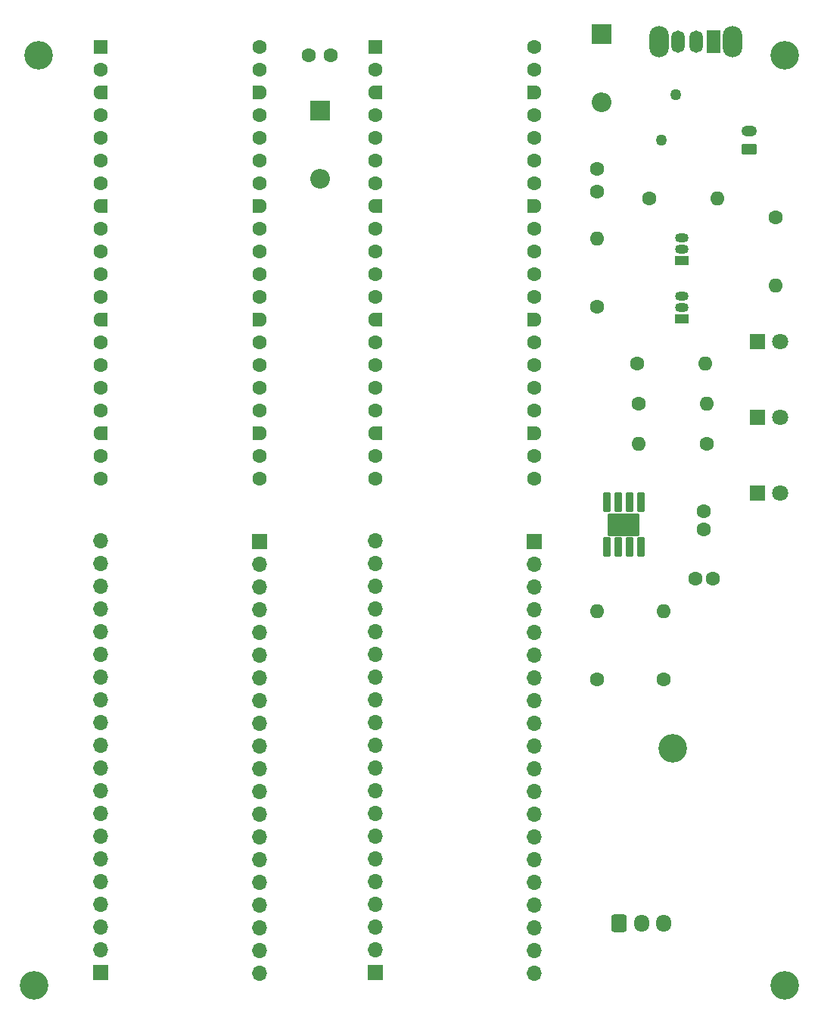
<source format=gbr>
%TF.GenerationSoftware,KiCad,Pcbnew,9.0.1*%
%TF.CreationDate,2025-09-26T21:18:28-04:00*%
%TF.ProjectId,Design V3.0,44657369-676e-4205-9633-2e302e6b6963,rev?*%
%TF.SameCoordinates,Original*%
%TF.FileFunction,Soldermask,Top*%
%TF.FilePolarity,Negative*%
%FSLAX46Y46*%
G04 Gerber Fmt 4.6, Leading zero omitted, Abs format (unit mm)*
G04 Created by KiCad (PCBNEW 9.0.1) date 2025-09-26 21:18:28*
%MOMM*%
%LPD*%
G01*
G04 APERTURE LIST*
G04 Aperture macros list*
%AMRoundRect*
0 Rectangle with rounded corners*
0 $1 Rounding radius*
0 $2 $3 $4 $5 $6 $7 $8 $9 X,Y pos of 4 corners*
0 Add a 4 corners polygon primitive as box body*
4,1,4,$2,$3,$4,$5,$6,$7,$8,$9,$2,$3,0*
0 Add four circle primitives for the rounded corners*
1,1,$1+$1,$2,$3*
1,1,$1+$1,$4,$5*
1,1,$1+$1,$6,$7*
1,1,$1+$1,$8,$9*
0 Add four rect primitives between the rounded corners*
20,1,$1+$1,$2,$3,$4,$5,0*
20,1,$1+$1,$4,$5,$6,$7,0*
20,1,$1+$1,$6,$7,$8,$9,0*
20,1,$1+$1,$8,$9,$2,$3,0*%
%AMFreePoly0*
4,1,37,0.603843,0.796157,0.639018,0.796157,0.711114,0.766294,0.766294,0.711114,0.796157,0.639018,0.796157,0.603843,0.800000,0.600000,0.800000,-0.600000,0.796157,-0.603843,0.796157,-0.639018,0.766294,-0.711114,0.711114,-0.766294,0.639018,-0.796157,0.603843,-0.796157,0.600000,-0.800000,0.000000,-0.800000,0.000000,-0.796148,-0.078414,-0.796148,-0.232228,-0.765552,-0.377117,-0.705537,
-0.507515,-0.618408,-0.618408,-0.507515,-0.705537,-0.377117,-0.765552,-0.232228,-0.796148,-0.078414,-0.796148,0.078414,-0.765552,0.232228,-0.705537,0.377117,-0.618408,0.507515,-0.507515,0.618408,-0.377117,0.705537,-0.232228,0.765552,-0.078414,0.796148,0.000000,0.796148,0.000000,0.800000,0.600000,0.800000,0.603843,0.796157,0.603843,0.796157,$1*%
%AMFreePoly1*
4,1,37,0.000000,0.796148,0.078414,0.796148,0.232228,0.765552,0.377117,0.705537,0.507515,0.618408,0.618408,0.507515,0.705537,0.377117,0.765552,0.232228,0.796148,0.078414,0.796148,-0.078414,0.765552,-0.232228,0.705537,-0.377117,0.618408,-0.507515,0.507515,-0.618408,0.377117,-0.705537,0.232228,-0.765552,0.078414,-0.796148,0.000000,-0.796148,0.000000,-0.800000,-0.600000,-0.800000,
-0.603843,-0.796157,-0.639018,-0.796157,-0.711114,-0.766294,-0.766294,-0.711114,-0.796157,-0.639018,-0.796157,-0.603843,-0.800000,-0.600000,-0.800000,0.600000,-0.796157,0.603843,-0.796157,0.639018,-0.766294,0.711114,-0.711114,0.766294,-0.639018,0.796157,-0.603843,0.796157,-0.600000,0.800000,0.000000,0.800000,0.000000,0.796148,0.000000,0.796148,$1*%
G04 Aperture macros list end*
%ADD10C,1.600000*%
%ADD11O,1.600000X1.600000*%
%ADD12RoundRect,0.250000X-0.600000X-0.725000X0.600000X-0.725000X0.600000X0.725000X-0.600000X0.725000X0*%
%ADD13O,1.700000X1.950000*%
%ADD14R,1.800000X1.800000*%
%ADD15C,1.800000*%
%ADD16RoundRect,0.200000X-0.600000X-0.600000X0.600000X-0.600000X0.600000X0.600000X-0.600000X0.600000X0*%
%ADD17FreePoly0,0.000000*%
%ADD18FreePoly1,0.000000*%
%ADD19C,1.270000*%
%ADD20R,2.200000X2.200000*%
%ADD21O,2.200000X2.200000*%
%ADD22O,2.200000X3.500000*%
%ADD23R,1.500000X2.500000*%
%ADD24O,1.500000X2.500000*%
%ADD25R,1.700000X1.700000*%
%ADD26O,1.700000X1.700000*%
%ADD27C,3.200000*%
%ADD28RoundRect,0.250000X0.625000X-0.350000X0.625000X0.350000X-0.625000X0.350000X-0.625000X-0.350000X0*%
%ADD29O,1.750000X1.200000*%
%ADD30R,1.500000X1.050000*%
%ADD31O,1.500000X1.050000*%
%ADD32RoundRect,0.100500X0.301500X-0.986500X0.301500X0.986500X-0.301500X0.986500X-0.301500X-0.986500X0*%
%ADD33RoundRect,0.102000X1.651000X-1.206500X1.651000X1.206500X-1.651000X1.206500X-1.651000X-1.206500X0*%
G04 APERTURE END LIST*
D10*
%TO.C,R6*%
X224500000Y-61620000D03*
D11*
X224500000Y-54000000D03*
%TD*%
D12*
%TO.C,J7*%
X227000000Y-130555000D03*
D13*
X229500000Y-130555000D03*
X232000000Y-130555000D03*
%TD*%
D10*
%TO.C,R5*%
X244500000Y-51690000D03*
D11*
X244500000Y-59310000D03*
%TD*%
D14*
%TO.C,D4*%
X242460000Y-82500000D03*
D15*
X245000000Y-82500000D03*
%TD*%
D10*
%TO.C,R8*%
X236810000Y-77000000D03*
D11*
X229190000Y-77000000D03*
%TD*%
D16*
%TO.C,A1*%
X169000000Y-32600000D03*
D10*
X169000000Y-35140000D03*
D17*
X169000000Y-37680000D03*
D10*
X169000000Y-40220000D03*
X169000000Y-42760000D03*
X169000000Y-45300000D03*
X169000000Y-47840000D03*
D17*
X169000000Y-50380000D03*
D10*
X169000000Y-52920000D03*
X169000000Y-55460000D03*
X169000000Y-58000000D03*
X169000000Y-60540000D03*
D17*
X169000000Y-63080000D03*
D10*
X169000000Y-65620000D03*
X169000000Y-68160000D03*
X169000000Y-70700000D03*
X169000000Y-73240000D03*
D17*
X169000000Y-75780000D03*
D10*
X169000000Y-78320000D03*
X169000000Y-80860000D03*
X186780000Y-80860000D03*
X186780000Y-78320000D03*
D18*
X186780000Y-75780000D03*
D10*
X186780000Y-73240000D03*
X186780000Y-70700000D03*
X186780000Y-68160000D03*
X186780000Y-65620000D03*
D18*
X186780000Y-63080000D03*
D10*
X186780000Y-60540000D03*
X186780000Y-58000000D03*
X186780000Y-55460000D03*
X186780000Y-52920000D03*
D18*
X186780000Y-50380000D03*
D10*
X186780000Y-47840000D03*
X186780000Y-45300000D03*
X186780000Y-42760000D03*
X186780000Y-40220000D03*
D18*
X186780000Y-37680000D03*
D10*
X186780000Y-35140000D03*
X186780000Y-32600000D03*
%TD*%
D19*
%TO.C,F1*%
X231700000Y-43050000D03*
X233300000Y-37950000D03*
%TD*%
D10*
%TO.C,R2*%
X230380000Y-49500000D03*
D11*
X238000000Y-49500000D03*
%TD*%
D20*
%TO.C,D5*%
X193500000Y-39690000D03*
D21*
X193500000Y-47310000D03*
%TD*%
D22*
%TO.C,SW1*%
X239700000Y-32000000D03*
X231500000Y-32000000D03*
D23*
X237600000Y-32000000D03*
D24*
X235600000Y-32000000D03*
X233600000Y-32000000D03*
%TD*%
D10*
%TO.C,C4*%
X236500000Y-86500000D03*
X236500000Y-84500000D03*
%TD*%
%TO.C,C2*%
X224500000Y-48750000D03*
X224500000Y-46250000D03*
%TD*%
D25*
%TO.C,J4*%
X199720000Y-136060000D03*
D26*
X199720000Y-133520000D03*
X199720000Y-130980000D03*
X199720000Y-128440000D03*
X199720000Y-125900000D03*
X199720000Y-123360000D03*
X199720000Y-120820000D03*
X199720000Y-118280000D03*
X199720000Y-115740000D03*
X199720000Y-113200000D03*
X199720000Y-110660000D03*
X199720000Y-108120000D03*
X199720000Y-105580000D03*
X199720000Y-103040000D03*
X199720000Y-100500000D03*
X199720000Y-97960000D03*
X199720000Y-95420000D03*
X199720000Y-92880000D03*
X199720000Y-90340000D03*
X199720000Y-87800000D03*
%TD*%
D27*
%TO.C,H2*%
X245500000Y-33500000D03*
%TD*%
D25*
%TO.C,J3*%
X186780000Y-87860000D03*
D26*
X186780000Y-90400000D03*
X186780000Y-92940000D03*
X186780000Y-95480000D03*
X186780000Y-98020000D03*
X186780000Y-100560000D03*
X186780000Y-103100000D03*
X186780000Y-105640000D03*
X186780000Y-108180000D03*
X186780000Y-110720000D03*
X186780000Y-113260000D03*
X186780000Y-115800000D03*
X186780000Y-118340000D03*
X186780000Y-120880000D03*
X186780000Y-123420000D03*
X186780000Y-125960000D03*
X186780000Y-128500000D03*
X186780000Y-131040000D03*
X186780000Y-133580000D03*
X186780000Y-136120000D03*
%TD*%
D28*
%TO.C,J1*%
X241550000Y-44000000D03*
D29*
X241550000Y-42000000D03*
%TD*%
D10*
%TO.C,C1*%
X194750000Y-33500000D03*
X192250000Y-33500000D03*
%TD*%
D25*
%TO.C,J2*%
X169000000Y-136060000D03*
D26*
X169000000Y-133520000D03*
X169000000Y-130980000D03*
X169000000Y-128440000D03*
X169000000Y-125900000D03*
X169000000Y-123360000D03*
X169000000Y-120820000D03*
X169000000Y-118280000D03*
X169000000Y-115740000D03*
X169000000Y-113200000D03*
X169000000Y-110660000D03*
X169000000Y-108120000D03*
X169000000Y-105580000D03*
X169000000Y-103040000D03*
X169000000Y-100500000D03*
X169000000Y-97960000D03*
X169000000Y-95420000D03*
X169000000Y-92880000D03*
X169000000Y-90340000D03*
X169000000Y-87800000D03*
%TD*%
D10*
%TO.C,R1*%
X224500000Y-103310000D03*
D11*
X224500000Y-95690000D03*
%TD*%
D27*
%TO.C,H5*%
X233000000Y-111000000D03*
%TD*%
D10*
%TO.C,R7*%
X229000000Y-68000000D03*
D11*
X236620000Y-68000000D03*
%TD*%
D14*
%TO.C,D2*%
X242460000Y-65500000D03*
D15*
X245000000Y-65500000D03*
%TD*%
D27*
%TO.C,H1*%
X162000000Y-33500000D03*
%TD*%
D14*
%TO.C,D3*%
X242460000Y-74000000D03*
D15*
X245000000Y-74000000D03*
%TD*%
D10*
%TO.C,C3*%
X237500000Y-92000000D03*
X235500000Y-92000000D03*
%TD*%
D20*
%TO.C,D6*%
X225000000Y-31190000D03*
D21*
X225000000Y-38810000D03*
%TD*%
D30*
%TO.C,Q3*%
X234000000Y-56500000D03*
D31*
X234000000Y-55230000D03*
X234000000Y-53960000D03*
%TD*%
D10*
%TO.C,R3*%
X229190000Y-72500000D03*
D11*
X236810000Y-72500000D03*
%TD*%
D27*
%TO.C,H3*%
X245500000Y-137500000D03*
%TD*%
D25*
%TO.C,J5*%
X217500000Y-87860000D03*
D26*
X217500000Y-90400000D03*
X217500000Y-92940000D03*
X217500000Y-95480000D03*
X217500000Y-98020000D03*
X217500000Y-100560000D03*
X217500000Y-103100000D03*
X217500000Y-105640000D03*
X217500000Y-108180000D03*
X217500000Y-110720000D03*
X217500000Y-113260000D03*
X217500000Y-115800000D03*
X217500000Y-118340000D03*
X217500000Y-120880000D03*
X217500000Y-123420000D03*
X217500000Y-125960000D03*
X217500000Y-128500000D03*
X217500000Y-131040000D03*
X217500000Y-133580000D03*
X217500000Y-136120000D03*
%TD*%
D27*
%TO.C,H4*%
X161500000Y-137500000D03*
%TD*%
D32*
%TO.C,U1*%
X225595000Y-88475000D03*
X226865000Y-88475000D03*
X228135000Y-88475000D03*
X229405000Y-88475000D03*
X229405000Y-83525000D03*
X228135000Y-83525000D03*
X226865000Y-83525000D03*
X225595000Y-83525000D03*
D33*
X227500000Y-86000000D03*
%TD*%
D16*
%TO.C,A2*%
X199720000Y-32600000D03*
D10*
X199720000Y-35140000D03*
D17*
X199720000Y-37680000D03*
D10*
X199720000Y-40220000D03*
X199720000Y-42760000D03*
X199720000Y-45300000D03*
X199720000Y-47840000D03*
D17*
X199720000Y-50380000D03*
D10*
X199720000Y-52920000D03*
X199720000Y-55460000D03*
X199720000Y-58000000D03*
X199720000Y-60540000D03*
D17*
X199720000Y-63080000D03*
D10*
X199720000Y-65620000D03*
X199720000Y-68160000D03*
X199720000Y-70700000D03*
X199720000Y-73240000D03*
D17*
X199720000Y-75780000D03*
D10*
X199720000Y-78320000D03*
X199720000Y-80860000D03*
X217500000Y-80860000D03*
X217500000Y-78320000D03*
D18*
X217500000Y-75780000D03*
D10*
X217500000Y-73240000D03*
X217500000Y-70700000D03*
X217500000Y-68160000D03*
X217500000Y-65620000D03*
D18*
X217500000Y-63080000D03*
D10*
X217500000Y-60540000D03*
X217500000Y-58000000D03*
X217500000Y-55460000D03*
X217500000Y-52920000D03*
D18*
X217500000Y-50380000D03*
D10*
X217500000Y-47840000D03*
X217500000Y-45300000D03*
X217500000Y-42760000D03*
X217500000Y-40220000D03*
D18*
X217500000Y-37680000D03*
D10*
X217500000Y-35140000D03*
X217500000Y-32600000D03*
%TD*%
D30*
%TO.C,Q4*%
X234000000Y-63000000D03*
D31*
X234000000Y-61730000D03*
X234000000Y-60460000D03*
%TD*%
D10*
%TO.C,R4*%
X232000000Y-103310000D03*
D11*
X232000000Y-95690000D03*
%TD*%
M02*

</source>
